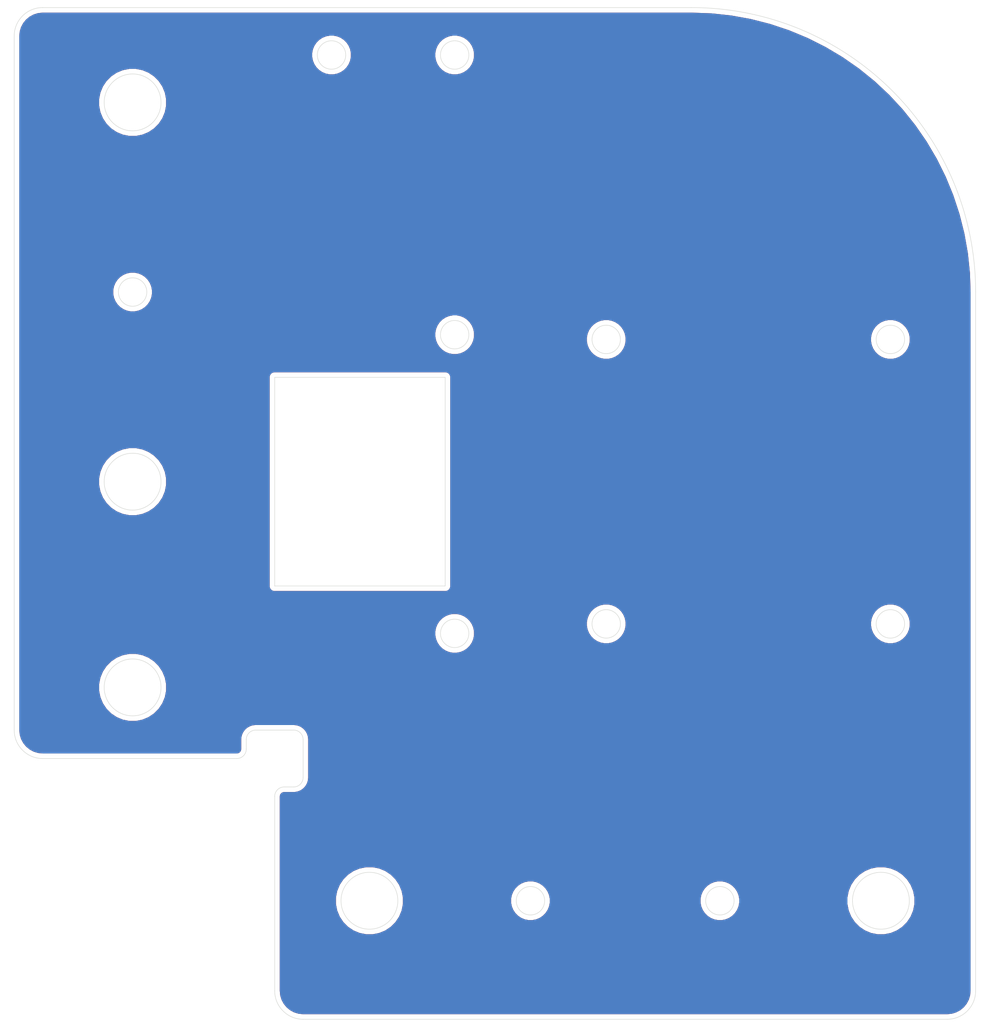
<source format=kicad_pcb>
(kicad_pcb (version 20171130) (host pcbnew 5.1.9+dfsg1-1+deb11u1)

  (general
    (thickness 1.6)
    (drawings 40)
    (tracks 0)
    (zones 0)
    (modules 0)
    (nets 1)
  )

  (page A4)
  (layers
    (0 F.Cu signal)
    (31 B.Cu signal)
    (32 B.Adhes user)
    (33 F.Adhes user)
    (34 B.Paste user)
    (35 F.Paste user)
    (36 B.SilkS user)
    (37 F.SilkS user)
    (38 B.Mask user)
    (39 F.Mask user)
    (40 Dwgs.User user)
    (41 Cmts.User user)
    (42 Eco1.User user)
    (43 Eco2.User user)
    (44 Edge.Cuts user)
    (45 Margin user)
    (46 B.CrtYd user)
    (47 F.CrtYd user)
    (48 B.Fab user)
    (49 F.Fab user)
  )

  (setup
    (last_trace_width 0.25)
    (trace_clearance 0.2)
    (zone_clearance 0.508)
    (zone_45_only no)
    (trace_min 0.2)
    (via_size 0.8)
    (via_drill 0.4)
    (via_min_size 0.4)
    (via_min_drill 0.3)
    (uvia_size 0.3)
    (uvia_drill 0.1)
    (uvias_allowed no)
    (uvia_min_size 0.2)
    (uvia_min_drill 0.1)
    (edge_width 0.05)
    (segment_width 0.2)
    (pcb_text_width 0.3)
    (pcb_text_size 1.5 1.5)
    (mod_edge_width 0.12)
    (mod_text_size 1 1)
    (mod_text_width 0.15)
    (pad_size 1.524 1.524)
    (pad_drill 0.762)
    (pad_to_mask_clearance 0)
    (aux_axis_origin 0 0)
    (visible_elements FFFFFF7F)
    (pcbplotparams
      (layerselection 0x010fc_ffffffff)
      (usegerberextensions true)
      (usegerberattributes false)
      (usegerberadvancedattributes false)
      (creategerberjobfile false)
      (excludeedgelayer true)
      (linewidth 0.100000)
      (plotframeref false)
      (viasonmask false)
      (mode 1)
      (useauxorigin false)
      (hpglpennumber 1)
      (hpglpenspeed 20)
      (hpglpendiameter 15.000000)
      (psnegative false)
      (psa4output false)
      (plotreference true)
      (plotvalue true)
      (plotinvisibletext false)
      (padsonsilk false)
      (subtractmaskfromsilk true)
      (outputformat 1)
      (mirror false)
      (drillshape 0)
      (scaleselection 1)
      (outputdirectory "z-motor-mount-gerber/"))
  )

  (net 0 "")

  (net_class Default "This is the default net class."
    (clearance 0.2)
    (trace_width 0.25)
    (via_dia 0.8)
    (via_drill 0.4)
    (uvia_dia 0.3)
    (uvia_drill 0.1)
  )

  (gr_line (start 110 117) (end 89.5 117) (layer Edge.Cuts) (width 0.05))
  (gr_arc (start 89.5 114) (end 86.5 114.000001) (angle -90) (layer Edge.Cuts) (width 0.05))
  (gr_line (start 86.5 114) (end 86.5 40.8) (layer Edge.Cuts) (width 0.05))
  (gr_arc (start 185 141.5) (end 185 144.5) (angle -90) (layer Edge.Cuts) (width 0.05))
  (gr_circle (center 149 102.8) (end 150.5 102.8) (layer Edge.Cuts) (width 0.05))
  (gr_circle (center 161 132) (end 162.5 132) (layer Edge.Cuts) (width 0.05))
  (gr_line (start 114 141.5) (end 114 121) (layer Edge.Cuts) (width 0.05))
  (gr_circle (center 179 102.8) (end 180.5 102.8) (layer Edge.Cuts) (width 0.05))
  (gr_circle (center 99 87.8) (end 102 87.8) (layer Edge.Cuts) (width 0.05))
  (gr_line (start 117 119) (end 117 115) (layer Edge.Cuts) (width 0.05))
  (gr_arc (start 158 67.8) (end 188 67.8) (angle -90) (layer Edge.Cuts) (width 0.05))
  (gr_line (start 115 120) (end 116 120) (layer Edge.Cuts) (width 0.05))
  (gr_arc (start 117 141.5) (end 114 141.5) (angle -90) (layer Edge.Cuts) (width 0.05))
  (gr_circle (center 124 132) (end 127 132) (layer Edge.Cuts) (width 0.05))
  (gr_line (start 132 98.8) (end 132 76.8) (layer Edge.Cuts) (width 0.05))
  (gr_arc (start 115 121) (end 115 120) (angle -90) (layer Edge.Cuts) (width 0.05))
  (gr_arc (start 116 119) (end 116 120) (angle -90) (layer Edge.Cuts) (width 0.05))
  (gr_arc (start 89.5 40.8) (end 89.5 37.8) (angle -90) (layer Edge.Cuts) (width 0.05))
  (gr_line (start 89.5 37.8) (end 158 37.8) (layer Edge.Cuts) (width 0.05))
  (gr_circle (center 133 72.3) (end 134.5 72.3) (layer Edge.Cuts) (width 0.05))
  (gr_circle (center 133 103.8) (end 134.5 103.8) (layer Edge.Cuts) (width 0.05))
  (gr_line (start 111 115) (end 111 116) (layer Edge.Cuts) (width 0.05))
  (gr_arc (start 110 116) (end 110 117) (angle -90) (layer Edge.Cuts) (width 0.05))
  (gr_circle (center 149 72.8) (end 150.5 72.8) (layer Edge.Cuts) (width 0.05))
  (gr_circle (center 120 42.8) (end 121.5 42.8) (layer Edge.Cuts) (width 0.05))
  (gr_line (start 132 76.8) (end 114 76.8) (layer Edge.Cuts) (width 0.05))
  (gr_line (start 114 76.8) (end 114 98.8) (layer Edge.Cuts) (width 0.05))
  (gr_circle (center 141 132) (end 142.5 132) (layer Edge.Cuts) (width 0.05))
  (gr_circle (center 179 72.8) (end 180.5 72.8) (layer Edge.Cuts) (width 0.05))
  (gr_circle (center 99 109.5) (end 102 109.5) (layer Edge.Cuts) (width 0.05))
  (gr_circle (center 133 42.8) (end 134.5 42.8) (layer Edge.Cuts) (width 0.05))
  (gr_line (start 116 114) (end 112 114) (layer Edge.Cuts) (width 0.05))
  (gr_circle (center 99 47.8) (end 102 47.8) (layer Edge.Cuts) (width 0.05))
  (gr_arc (start 116 115) (end 117 115) (angle -90) (layer Edge.Cuts) (width 0.05))
  (gr_line (start 185 144.5) (end 117 144.5) (layer Edge.Cuts) (width 0.05))
  (gr_line (start 188 67.8) (end 188 141.5) (layer Edge.Cuts) (width 0.05))
  (gr_arc (start 112 115) (end 112 114) (angle -90) (layer Edge.Cuts) (width 0.05))
  (gr_line (start 114 98.8) (end 132 98.8) (layer Edge.Cuts) (width 0.05))
  (gr_circle (center 99 67.8) (end 100.5 67.8) (layer Edge.Cuts) (width 0.05))
  (gr_circle (center 178 132) (end 181 132) (layer Edge.Cuts) (width 0.05))

  (zone (net 0) (net_name "") (layer F.Cu) (tstamp 64C3C36D) (hatch edge 0.508)
    (connect_pads (clearance 0.508))
    (min_thickness 0.254)
    (fill yes (arc_segments 32) (thermal_gap 0.508) (thermal_bridge_width 0.508))
    (polygon
      (pts
        (xy 189 145) (xy 85 145) (xy 85 37) (xy 189 37)
      )
    )
    (filled_polygon
      (pts
        (xy 160.097704 38.53551) (xy 162.184676 38.760384) (xy 164.250224 39.133897) (xy 166.28378 39.654134) (xy 168.274934 40.318433)
        (xy 170.2135 41.123396) (xy 172.089558 42.064904) (xy 173.893479 43.138124) (xy 175.616084 44.337596) (xy 177.248495 45.65714)
        (xy 178.782395 47.09003) (xy 180.209917 48.628918) (xy 181.523755 50.265927) (xy 182.717194 51.992686) (xy 183.784125 53.800368)
        (xy 184.719074 55.679692) (xy 185.517265 57.621053) (xy 186.17461 59.614514) (xy 186.687747 61.64988) (xy 187.054048 63.716728)
        (xy 187.271694 65.805025) (xy 187.34 67.811238) (xy 187.340001 141.467711) (xy 187.29233 141.953894) (xy 187.160512 142.390497)
        (xy 186.946399 142.793186) (xy 186.65815 143.146613) (xy 186.306739 143.437327) (xy 185.905564 143.65424) (xy 185.469886 143.789106)
        (xy 184.985664 143.84) (xy 117.032279 143.84) (xy 116.546106 143.79233) (xy 116.109503 143.660512) (xy 115.706814 143.446399)
        (xy 115.353387 143.15815) (xy 115.062673 142.806739) (xy 114.84576 142.405564) (xy 114.710894 141.969886) (xy 114.66 141.485664)
        (xy 114.66 131.639297) (xy 120.33772 131.639297) (xy 120.33772 132.360703) (xy 120.47846 133.068248) (xy 120.75453 133.73474)
        (xy 121.155322 134.334567) (xy 121.665433 134.844678) (xy 122.26526 135.24547) (xy 122.931752 135.52154) (xy 123.639297 135.66228)
        (xy 124.360703 135.66228) (xy 125.068248 135.52154) (xy 125.73474 135.24547) (xy 126.334567 134.844678) (xy 126.844678 134.334567)
        (xy 127.24547 133.73474) (xy 127.52154 133.068248) (xy 127.66228 132.360703) (xy 127.66228 131.786323) (xy 138.830497 131.786323)
        (xy 138.830497 132.213677) (xy 138.91387 132.632821) (xy 139.077412 133.027645) (xy 139.314837 133.382977) (xy 139.617023 133.685163)
        (xy 139.972355 133.922588) (xy 140.367179 134.08613) (xy 140.786323 134.169503) (xy 141.213677 134.169503) (xy 141.632821 134.08613)
        (xy 142.027645 133.922588) (xy 142.382977 133.685163) (xy 142.685163 133.382977) (xy 142.922588 133.027645) (xy 143.08613 132.632821)
        (xy 143.169503 132.213677) (xy 143.169503 131.786323) (xy 158.830497 131.786323) (xy 158.830497 132.213677) (xy 158.91387 132.632821)
        (xy 159.077412 133.027645) (xy 159.314837 133.382977) (xy 159.617023 133.685163) (xy 159.972355 133.922588) (xy 160.367179 134.08613)
        (xy 160.786323 134.169503) (xy 161.213677 134.169503) (xy 161.632821 134.08613) (xy 162.027645 133.922588) (xy 162.382977 133.685163)
        (xy 162.685163 133.382977) (xy 162.922588 133.027645) (xy 163.08613 132.632821) (xy 163.169503 132.213677) (xy 163.169503 131.786323)
        (xy 163.140258 131.639297) (xy 174.33772 131.639297) (xy 174.33772 132.360703) (xy 174.47846 133.068248) (xy 174.75453 133.73474)
        (xy 175.155322 134.334567) (xy 175.665433 134.844678) (xy 176.26526 135.24547) (xy 176.931752 135.52154) (xy 177.639297 135.66228)
        (xy 178.360703 135.66228) (xy 179.068248 135.52154) (xy 179.73474 135.24547) (xy 180.334567 134.844678) (xy 180.844678 134.334567)
        (xy 181.24547 133.73474) (xy 181.52154 133.068248) (xy 181.66228 132.360703) (xy 181.66228 131.639297) (xy 181.52154 130.931752)
        (xy 181.24547 130.26526) (xy 180.844678 129.665433) (xy 180.334567 129.155322) (xy 179.73474 128.75453) (xy 179.068248 128.47846)
        (xy 178.360703 128.33772) (xy 177.639297 128.33772) (xy 176.931752 128.47846) (xy 176.26526 128.75453) (xy 175.665433 129.155322)
        (xy 175.155322 129.665433) (xy 174.75453 130.26526) (xy 174.47846 130.931752) (xy 174.33772 131.639297) (xy 163.140258 131.639297)
        (xy 163.08613 131.367179) (xy 162.922588 130.972355) (xy 162.685163 130.617023) (xy 162.382977 130.314837) (xy 162.027645 130.077412)
        (xy 161.632821 129.91387) (xy 161.213677 129.830497) (xy 160.786323 129.830497) (xy 160.367179 129.91387) (xy 159.972355 130.077412)
        (xy 159.617023 130.314837) (xy 159.314837 130.617023) (xy 159.077412 130.972355) (xy 158.91387 131.367179) (xy 158.830497 131.786323)
        (xy 143.169503 131.786323) (xy 143.08613 131.367179) (xy 142.922588 130.972355) (xy 142.685163 130.617023) (xy 142.382977 130.314837)
        (xy 142.027645 130.077412) (xy 141.632821 129.91387) (xy 141.213677 129.830497) (xy 140.786323 129.830497) (xy 140.367179 129.91387)
        (xy 139.972355 130.077412) (xy 139.617023 130.314837) (xy 139.314837 130.617023) (xy 139.077412 130.972355) (xy 138.91387 131.367179)
        (xy 138.830497 131.786323) (xy 127.66228 131.786323) (xy 127.66228 131.639297) (xy 127.52154 130.931752) (xy 127.24547 130.26526)
        (xy 126.844678 129.665433) (xy 126.334567 129.155322) (xy 125.73474 128.75453) (xy 125.068248 128.47846) (xy 124.360703 128.33772)
        (xy 123.639297 128.33772) (xy 122.931752 128.47846) (xy 122.26526 128.75453) (xy 121.665433 129.155322) (xy 121.155322 129.665433)
        (xy 120.75453 130.26526) (xy 120.47846 130.931752) (xy 120.33772 131.639297) (xy 114.66 131.639297) (xy 114.66 121.032279)
        (xy 114.66958 120.934576) (xy 114.68858 120.871644) (xy 114.719445 120.813595) (xy 114.760989 120.762657) (xy 114.811644 120.720752)
        (xy 114.869471 120.689485) (xy 114.932272 120.670044) (xy 115.027835 120.66) (xy 116.032419 120.66) (xy 116.060674 120.657217)
        (xy 116.066801 120.65726) (xy 116.075972 120.65636) (xy 116.270069 120.635959) (xy 116.328658 120.623932) (xy 116.387423 120.612723)
        (xy 116.396245 120.610059) (xy 116.582683 120.552347) (xy 116.637838 120.529162) (xy 116.693291 120.506758) (xy 116.701427 120.502432)
        (xy 116.873104 120.409607) (xy 116.922699 120.376154) (xy 116.972753 120.3434) (xy 116.979894 120.337576) (xy 117.130272 120.213172)
        (xy 117.172411 120.170737) (xy 117.215161 120.128874) (xy 117.221034 120.121773) (xy 117.344384 119.970531) (xy 117.377477 119.920723)
        (xy 117.411284 119.871349) (xy 117.415667 119.863243) (xy 117.507292 119.69092) (xy 117.53009 119.635608) (xy 117.553652 119.580634)
        (xy 117.556377 119.571831) (xy 117.612786 119.384994) (xy 117.624405 119.326314) (xy 117.636842 119.267804) (xy 117.637805 119.258639)
        (xy 117.65685 119.064406) (xy 117.65685 119.064402) (xy 117.66 119.032419) (xy 117.66 114.967581) (xy 117.657217 114.939326)
        (xy 117.65726 114.933199) (xy 117.65636 114.924028) (xy 117.635959 114.729931) (xy 117.623934 114.671348) (xy 117.612723 114.612577)
        (xy 117.610059 114.603755) (xy 117.552347 114.417317) (xy 117.529162 114.362162) (xy 117.506758 114.306709) (xy 117.502432 114.298573)
        (xy 117.409607 114.126896) (xy 117.376139 114.077278) (xy 117.3434 114.027247) (xy 117.337576 114.020106) (xy 117.213172 113.869728)
        (xy 117.170737 113.827589) (xy 117.128874 113.784839) (xy 117.121773 113.778966) (xy 116.970531 113.655616) (xy 116.920738 113.622534)
        (xy 116.871349 113.588716) (xy 116.863243 113.584333) (xy 116.690921 113.492708) (xy 116.635606 113.469909) (xy 116.580634 113.446348)
        (xy 116.571831 113.443623) (xy 116.384995 113.387214) (xy 116.326307 113.375594) (xy 116.267804 113.363158) (xy 116.258639 113.362195)
        (xy 116.064405 113.34315) (xy 116.064402 113.34315) (xy 116.032419 113.34) (xy 111.967581 113.34) (xy 111.939326 113.342783)
        (xy 111.933199 113.34274) (xy 111.924028 113.34364) (xy 111.729931 113.364041) (xy 111.671348 113.376066) (xy 111.612577 113.387277)
        (xy 111.603755 113.389941) (xy 111.417317 113.447653) (xy 111.362162 113.470838) (xy 111.306709 113.493242) (xy 111.298573 113.497568)
        (xy 111.126896 113.590393) (xy 111.077278 113.623861) (xy 111.027247 113.6566) (xy 111.020106 113.662424) (xy 110.869728 113.786828)
        (xy 110.827589 113.829263) (xy 110.784839 113.871126) (xy 110.778966 113.878227) (xy 110.655616 114.029469) (xy 110.622534 114.079262)
        (xy 110.588716 114.128651) (xy 110.584333 114.136757) (xy 110.492708 114.309079) (xy 110.469909 114.364394) (xy 110.446348 114.419366)
        (xy 110.443623 114.428169) (xy 110.387214 114.615005) (xy 110.375594 114.673693) (xy 110.363158 114.732196) (xy 110.362195 114.741361)
        (xy 110.34315 114.935595) (xy 110.34 114.967582) (xy 110.340001 115.967711) (xy 110.33042 116.065424) (xy 110.31142 116.128357)
        (xy 110.280554 116.186406) (xy 110.239011 116.237343) (xy 110.188356 116.279248) (xy 110.130529 116.310515) (xy 110.067728 116.329956)
        (xy 109.972165 116.34) (xy 89.532279 116.34) (xy 89.04611 116.292331) (xy 88.609503 116.160511) (xy 88.206815 115.946399)
        (xy 87.853387 115.65815) (xy 87.562676 115.306741) (xy 87.345759 114.905563) (xy 87.210894 114.469887) (xy 87.16 113.985665)
        (xy 87.16 109.139297) (xy 95.33772 109.139297) (xy 95.33772 109.860703) (xy 95.47846 110.568248) (xy 95.75453 111.23474)
        (xy 96.155322 111.834567) (xy 96.665433 112.344678) (xy 97.26526 112.74547) (xy 97.931752 113.02154) (xy 98.639297 113.16228)
        (xy 99.360703 113.16228) (xy 100.068248 113.02154) (xy 100.73474 112.74547) (xy 101.334567 112.344678) (xy 101.844678 111.834567)
        (xy 102.24547 111.23474) (xy 102.52154 110.568248) (xy 102.66228 109.860703) (xy 102.66228 109.139297) (xy 102.52154 108.431752)
        (xy 102.24547 107.76526) (xy 101.844678 107.165433) (xy 101.334567 106.655322) (xy 100.73474 106.25453) (xy 100.068248 105.97846)
        (xy 99.360703 105.83772) (xy 98.639297 105.83772) (xy 97.931752 105.97846) (xy 97.26526 106.25453) (xy 96.665433 106.655322)
        (xy 96.155322 107.165433) (xy 95.75453 107.76526) (xy 95.47846 108.431752) (xy 95.33772 109.139297) (xy 87.16 109.139297)
        (xy 87.16 103.586323) (xy 130.830497 103.586323) (xy 130.830497 104.013677) (xy 130.91387 104.432821) (xy 131.077412 104.827645)
        (xy 131.314837 105.182977) (xy 131.617023 105.485163) (xy 131.972355 105.722588) (xy 132.367179 105.88613) (xy 132.786323 105.969503)
        (xy 133.213677 105.969503) (xy 133.632821 105.88613) (xy 134.027645 105.722588) (xy 134.382977 105.485163) (xy 134.685163 105.182977)
        (xy 134.922588 104.827645) (xy 135.08613 104.432821) (xy 135.169503 104.013677) (xy 135.169503 103.586323) (xy 135.08613 103.167179)
        (xy 134.922588 102.772355) (xy 134.798286 102.586323) (xy 146.830497 102.586323) (xy 146.830497 103.013677) (xy 146.91387 103.432821)
        (xy 147.077412 103.827645) (xy 147.314837 104.182977) (xy 147.617023 104.485163) (xy 147.972355 104.722588) (xy 148.367179 104.88613)
        (xy 148.786323 104.969503) (xy 149.213677 104.969503) (xy 149.632821 104.88613) (xy 150.027645 104.722588) (xy 150.382977 104.485163)
        (xy 150.685163 104.182977) (xy 150.922588 103.827645) (xy 151.08613 103.432821) (xy 151.169503 103.013677) (xy 151.169503 102.586323)
        (xy 176.830497 102.586323) (xy 176.830497 103.013677) (xy 176.91387 103.432821) (xy 177.077412 103.827645) (xy 177.314837 104.182977)
        (xy 177.617023 104.485163) (xy 177.972355 104.722588) (xy 178.367179 104.88613) (xy 178.786323 104.969503) (xy 179.213677 104.969503)
        (xy 179.632821 104.88613) (xy 180.027645 104.722588) (xy 180.382977 104.485163) (xy 180.685163 104.182977) (xy 180.922588 103.827645)
        (xy 181.08613 103.432821) (xy 181.169503 103.013677) (xy 181.169503 102.586323) (xy 181.08613 102.167179) (xy 180.922588 101.772355)
        (xy 180.685163 101.417023) (xy 180.382977 101.114837) (xy 180.027645 100.877412) (xy 179.632821 100.71387) (xy 179.213677 100.630497)
        (xy 178.786323 100.630497) (xy 178.367179 100.71387) (xy 177.972355 100.877412) (xy 177.617023 101.114837) (xy 177.314837 101.417023)
        (xy 177.077412 101.772355) (xy 176.91387 102.167179) (xy 176.830497 102.586323) (xy 151.169503 102.586323) (xy 151.08613 102.167179)
        (xy 150.922588 101.772355) (xy 150.685163 101.417023) (xy 150.382977 101.114837) (xy 150.027645 100.877412) (xy 149.632821 100.71387)
        (xy 149.213677 100.630497) (xy 148.786323 100.630497) (xy 148.367179 100.71387) (xy 147.972355 100.877412) (xy 147.617023 101.114837)
        (xy 147.314837 101.417023) (xy 147.077412 101.772355) (xy 146.91387 102.167179) (xy 146.830497 102.586323) (xy 134.798286 102.586323)
        (xy 134.685163 102.417023) (xy 134.382977 102.114837) (xy 134.027645 101.877412) (xy 133.632821 101.71387) (xy 133.213677 101.630497)
        (xy 132.786323 101.630497) (xy 132.367179 101.71387) (xy 131.972355 101.877412) (xy 131.617023 102.114837) (xy 131.314837 102.417023)
        (xy 131.077412 102.772355) (xy 130.91387 103.167179) (xy 130.830497 103.586323) (xy 87.16 103.586323) (xy 87.16 87.439297)
        (xy 95.33772 87.439297) (xy 95.33772 88.160703) (xy 95.47846 88.868248) (xy 95.75453 89.53474) (xy 96.155322 90.134567)
        (xy 96.665433 90.644678) (xy 97.26526 91.04547) (xy 97.931752 91.32154) (xy 98.639297 91.46228) (xy 99.360703 91.46228)
        (xy 100.068248 91.32154) (xy 100.73474 91.04547) (xy 101.334567 90.644678) (xy 101.844678 90.134567) (xy 102.24547 89.53474)
        (xy 102.52154 88.868248) (xy 102.66228 88.160703) (xy 102.66228 87.439297) (xy 102.52154 86.731752) (xy 102.24547 86.06526)
        (xy 101.844678 85.465433) (xy 101.334567 84.955322) (xy 100.73474 84.55453) (xy 100.068248 84.27846) (xy 99.360703 84.13772)
        (xy 98.639297 84.13772) (xy 97.931752 84.27846) (xy 97.26526 84.55453) (xy 96.665433 84.955322) (xy 96.155322 85.465433)
        (xy 95.75453 86.06526) (xy 95.47846 86.731752) (xy 95.33772 87.439297) (xy 87.16 87.439297) (xy 87.16 76.8)
        (xy 113.336807 76.8) (xy 113.34 76.832419) (xy 113.340001 98.767571) (xy 113.336807 98.8) (xy 113.34955 98.929383)
        (xy 113.38729 99.053793) (xy 113.448575 99.16845) (xy 113.531052 99.268948) (xy 113.63155 99.351425) (xy 113.746207 99.41271)
        (xy 113.870617 99.45045) (xy 113.967581 99.46) (xy 114 99.463193) (xy 114.032419 99.46) (xy 131.967581 99.46)
        (xy 132 99.463193) (xy 132.032419 99.46) (xy 132.129383 99.45045) (xy 132.253793 99.41271) (xy 132.36845 99.351425)
        (xy 132.468948 99.268948) (xy 132.551425 99.16845) (xy 132.61271 99.053793) (xy 132.65045 98.929383) (xy 132.663193 98.8)
        (xy 132.66 98.767581) (xy 132.66 76.832419) (xy 132.663193 76.8) (xy 132.65045 76.670617) (xy 132.61271 76.546207)
        (xy 132.551425 76.43155) (xy 132.468948 76.331052) (xy 132.36845 76.248575) (xy 132.253793 76.18729) (xy 132.129383 76.14955)
        (xy 132.032419 76.14) (xy 132 76.136807) (xy 131.967581 76.14) (xy 114.032419 76.14) (xy 114 76.136807)
        (xy 113.967581 76.14) (xy 113.870617 76.14955) (xy 113.746207 76.18729) (xy 113.63155 76.248575) (xy 113.531052 76.331052)
        (xy 113.448575 76.43155) (xy 113.38729 76.546207) (xy 113.34955 76.670617) (xy 113.336807 76.8) (xy 87.16 76.8)
        (xy 87.16 72.086323) (xy 130.830497 72.086323) (xy 130.830497 72.513677) (xy 130.91387 72.932821) (xy 131.077412 73.327645)
        (xy 131.314837 73.682977) (xy 131.617023 73.985163) (xy 131.972355 74.222588) (xy 132.367179 74.38613) (xy 132.786323 74.469503)
        (xy 133.213677 74.469503) (xy 133.632821 74.38613) (xy 134.027645 74.222588) (xy 134.382977 73.985163) (xy 134.685163 73.682977)
        (xy 134.922588 73.327645) (xy 135.08613 72.932821) (xy 135.155052 72.586323) (xy 146.830497 72.586323) (xy 146.830497 73.013677)
        (xy 146.91387 73.432821) (xy 147.077412 73.827645) (xy 147.314837 74.182977) (xy 147.617023 74.485163) (xy 147.972355 74.722588)
        (xy 148.367179 74.88613) (xy 148.786323 74.969503) (xy 149.213677 74.969503) (xy 149.632821 74.88613) (xy 150.027645 74.722588)
        (xy 150.382977 74.485163) (xy 150.685163 74.182977) (xy 150.922588 73.827645) (xy 151.08613 73.432821) (xy 151.169503 73.013677)
        (xy 151.169503 72.586323) (xy 176.830497 72.586323) (xy 176.830497 73.013677) (xy 176.91387 73.432821) (xy 177.077412 73.827645)
        (xy 177.314837 74.182977) (xy 177.617023 74.485163) (xy 177.972355 74.722588) (xy 178.367179 74.88613) (xy 178.786323 74.969503)
        (xy 179.213677 74.969503) (xy 179.632821 74.88613) (xy 180.027645 74.722588) (xy 180.382977 74.485163) (xy 180.685163 74.182977)
        (xy 180.922588 73.827645) (xy 181.08613 73.432821) (xy 181.169503 73.013677) (xy 181.169503 72.586323) (xy 181.08613 72.167179)
        (xy 180.922588 71.772355) (xy 180.685163 71.417023) (xy 180.382977 71.114837) (xy 180.027645 70.877412) (xy 179.632821 70.71387)
        (xy 179.213677 70.630497) (xy 178.786323 70.630497) (xy 178.367179 70.71387) (xy 177.972355 70.877412) (xy 177.617023 71.114837)
        (xy 177.314837 71.417023) (xy 177.077412 71.772355) (xy 176.91387 72.167179) (xy 176.830497 72.586323) (xy 151.169503 72.586323)
        (xy 151.08613 72.167179) (xy 150.922588 71.772355) (xy 150.685163 71.417023) (xy 150.382977 71.114837) (xy 150.027645 70.877412)
        (xy 149.632821 70.71387) (xy 149.213677 70.630497) (xy 148.786323 70.630497) (xy 148.367179 70.71387) (xy 147.972355 70.877412)
        (xy 147.617023 71.114837) (xy 147.314837 71.417023) (xy 147.077412 71.772355) (xy 146.91387 72.167179) (xy 146.830497 72.586323)
        (xy 135.155052 72.586323) (xy 135.169503 72.513677) (xy 135.169503 72.086323) (xy 135.08613 71.667179) (xy 134.922588 71.272355)
        (xy 134.685163 70.917023) (xy 134.382977 70.614837) (xy 134.027645 70.377412) (xy 133.632821 70.21387) (xy 133.213677 70.130497)
        (xy 132.786323 70.130497) (xy 132.367179 70.21387) (xy 131.972355 70.377412) (xy 131.617023 70.614837) (xy 131.314837 70.917023)
        (xy 131.077412 71.272355) (xy 130.91387 71.667179) (xy 130.830497 72.086323) (xy 87.16 72.086323) (xy 87.16 67.586323)
        (xy 96.830497 67.586323) (xy 96.830497 68.013677) (xy 96.91387 68.432821) (xy 97.077412 68.827645) (xy 97.314837 69.182977)
        (xy 97.617023 69.485163) (xy 97.972355 69.722588) (xy 98.367179 69.88613) (xy 98.786323 69.969503) (xy 99.213677 69.969503)
        (xy 99.632821 69.88613) (xy 100.027645 69.722588) (xy 100.382977 69.485163) (xy 100.685163 69.182977) (xy 100.922588 68.827645)
        (xy 101.08613 68.432821) (xy 101.169503 68.013677) (xy 101.169503 67.586323) (xy 101.08613 67.167179) (xy 100.922588 66.772355)
        (xy 100.685163 66.417023) (xy 100.382977 66.114837) (xy 100.027645 65.877412) (xy 99.632821 65.71387) (xy 99.213677 65.630497)
        (xy 98.786323 65.630497) (xy 98.367179 65.71387) (xy 97.972355 65.877412) (xy 97.617023 66.114837) (xy 97.314837 66.417023)
        (xy 97.077412 66.772355) (xy 96.91387 67.167179) (xy 96.830497 67.586323) (xy 87.16 67.586323) (xy 87.16 47.439297)
        (xy 95.33772 47.439297) (xy 95.33772 48.160703) (xy 95.47846 48.868248) (xy 95.75453 49.53474) (xy 96.155322 50.134567)
        (xy 96.665433 50.644678) (xy 97.26526 51.04547) (xy 97.931752 51.32154) (xy 98.639297 51.46228) (xy 99.360703 51.46228)
        (xy 100.068248 51.32154) (xy 100.73474 51.04547) (xy 101.334567 50.644678) (xy 101.844678 50.134567) (xy 102.24547 49.53474)
        (xy 102.52154 48.868248) (xy 102.66228 48.160703) (xy 102.66228 47.439297) (xy 102.52154 46.731752) (xy 102.24547 46.06526)
        (xy 101.844678 45.465433) (xy 101.334567 44.955322) (xy 100.73474 44.55453) (xy 100.068248 44.27846) (xy 99.360703 44.13772)
        (xy 98.639297 44.13772) (xy 97.931752 44.27846) (xy 97.26526 44.55453) (xy 96.665433 44.955322) (xy 96.155322 45.465433)
        (xy 95.75453 46.06526) (xy 95.47846 46.731752) (xy 95.33772 47.439297) (xy 87.16 47.439297) (xy 87.16 42.586323)
        (xy 117.830497 42.586323) (xy 117.830497 43.013677) (xy 117.91387 43.432821) (xy 118.077412 43.827645) (xy 118.314837 44.182977)
        (xy 118.617023 44.485163) (xy 118.972355 44.722588) (xy 119.367179 44.88613) (xy 119.786323 44.969503) (xy 120.213677 44.969503)
        (xy 120.632821 44.88613) (xy 121.027645 44.722588) (xy 121.382977 44.485163) (xy 121.685163 44.182977) (xy 121.922588 43.827645)
        (xy 122.08613 43.432821) (xy 122.169503 43.013677) (xy 122.169503 42.586323) (xy 130.830497 42.586323) (xy 130.830497 43.013677)
        (xy 130.91387 43.432821) (xy 131.077412 43.827645) (xy 131.314837 44.182977) (xy 131.617023 44.485163) (xy 131.972355 44.722588)
        (xy 132.367179 44.88613) (xy 132.786323 44.969503) (xy 133.213677 44.969503) (xy 133.632821 44.88613) (xy 134.027645 44.722588)
        (xy 134.382977 44.485163) (xy 134.685163 44.182977) (xy 134.922588 43.827645) (xy 135.08613 43.432821) (xy 135.169503 43.013677)
        (xy 135.169503 42.586323) (xy 135.08613 42.167179) (xy 134.922588 41.772355) (xy 134.685163 41.417023) (xy 134.382977 41.114837)
        (xy 134.027645 40.877412) (xy 133.632821 40.71387) (xy 133.213677 40.630497) (xy 132.786323 40.630497) (xy 132.367179 40.71387)
        (xy 131.972355 40.877412) (xy 131.617023 41.114837) (xy 131.314837 41.417023) (xy 131.077412 41.772355) (xy 130.91387 42.167179)
        (xy 130.830497 42.586323) (xy 122.169503 42.586323) (xy 122.08613 42.167179) (xy 121.922588 41.772355) (xy 121.685163 41.417023)
        (xy 121.382977 41.114837) (xy 121.027645 40.877412) (xy 120.632821 40.71387) (xy 120.213677 40.630497) (xy 119.786323 40.630497)
        (xy 119.367179 40.71387) (xy 118.972355 40.877412) (xy 118.617023 41.114837) (xy 118.314837 41.417023) (xy 118.077412 41.772355)
        (xy 117.91387 42.167179) (xy 117.830497 42.586323) (xy 87.16 42.586323) (xy 87.16 40.832279) (xy 87.20767 40.346107)
        (xy 87.339489 39.909502) (xy 87.5536 39.506815) (xy 87.841848 39.153388) (xy 88.193261 38.862673) (xy 88.594439 38.645758)
        (xy 89.030113 38.510894) (xy 89.514344 38.46) (xy 157.98818 38.46)
      )
    )
  )
  (zone (net 0) (net_name "") (layer B.Cu) (tstamp 64C3C36A) (hatch edge 0.508)
    (connect_pads (clearance 0.508))
    (min_thickness 0.254)
    (fill yes (arc_segments 32) (thermal_gap 0.508) (thermal_bridge_width 0.508))
    (polygon
      (pts
        (xy 189 145) (xy 85 145) (xy 85 37) (xy 189 37)
      )
    )
    (filled_polygon
      (pts
        (xy 160.097704 38.53551) (xy 162.184676 38.760384) (xy 164.250224 39.133897) (xy 166.28378 39.654134) (xy 168.274934 40.318433)
        (xy 170.2135 41.123396) (xy 172.089558 42.064904) (xy 173.893479 43.138124) (xy 175.616084 44.337596) (xy 177.248495 45.65714)
        (xy 178.782395 47.09003) (xy 180.209917 48.628918) (xy 181.523755 50.265927) (xy 182.717194 51.992686) (xy 183.784125 53.800368)
        (xy 184.719074 55.679692) (xy 185.517265 57.621053) (xy 186.17461 59.614514) (xy 186.687747 61.64988) (xy 187.054048 63.716728)
        (xy 187.271694 65.805025) (xy 187.34 67.811238) (xy 187.340001 141.467711) (xy 187.29233 141.953894) (xy 187.160512 142.390497)
        (xy 186.946399 142.793186) (xy 186.65815 143.146613) (xy 186.306739 143.437327) (xy 185.905564 143.65424) (xy 185.469886 143.789106)
        (xy 184.985664 143.84) (xy 117.032279 143.84) (xy 116.546106 143.79233) (xy 116.109503 143.660512) (xy 115.706814 143.446399)
        (xy 115.353387 143.15815) (xy 115.062673 142.806739) (xy 114.84576 142.405564) (xy 114.710894 141.969886) (xy 114.66 141.485664)
        (xy 114.66 131.639297) (xy 120.33772 131.639297) (xy 120.33772 132.360703) (xy 120.47846 133.068248) (xy 120.75453 133.73474)
        (xy 121.155322 134.334567) (xy 121.665433 134.844678) (xy 122.26526 135.24547) (xy 122.931752 135.52154) (xy 123.639297 135.66228)
        (xy 124.360703 135.66228) (xy 125.068248 135.52154) (xy 125.73474 135.24547) (xy 126.334567 134.844678) (xy 126.844678 134.334567)
        (xy 127.24547 133.73474) (xy 127.52154 133.068248) (xy 127.66228 132.360703) (xy 127.66228 131.786323) (xy 138.830497 131.786323)
        (xy 138.830497 132.213677) (xy 138.91387 132.632821) (xy 139.077412 133.027645) (xy 139.314837 133.382977) (xy 139.617023 133.685163)
        (xy 139.972355 133.922588) (xy 140.367179 134.08613) (xy 140.786323 134.169503) (xy 141.213677 134.169503) (xy 141.632821 134.08613)
        (xy 142.027645 133.922588) (xy 142.382977 133.685163) (xy 142.685163 133.382977) (xy 142.922588 133.027645) (xy 143.08613 132.632821)
        (xy 143.169503 132.213677) (xy 143.169503 131.786323) (xy 158.830497 131.786323) (xy 158.830497 132.213677) (xy 158.91387 132.632821)
        (xy 159.077412 133.027645) (xy 159.314837 133.382977) (xy 159.617023 133.685163) (xy 159.972355 133.922588) (xy 160.367179 134.08613)
        (xy 160.786323 134.169503) (xy 161.213677 134.169503) (xy 161.632821 134.08613) (xy 162.027645 133.922588) (xy 162.382977 133.685163)
        (xy 162.685163 133.382977) (xy 162.922588 133.027645) (xy 163.08613 132.632821) (xy 163.169503 132.213677) (xy 163.169503 131.786323)
        (xy 163.140258 131.639297) (xy 174.33772 131.639297) (xy 174.33772 132.360703) (xy 174.47846 133.068248) (xy 174.75453 133.73474)
        (xy 175.155322 134.334567) (xy 175.665433 134.844678) (xy 176.26526 135.24547) (xy 176.931752 135.52154) (xy 177.639297 135.66228)
        (xy 178.360703 135.66228) (xy 179.068248 135.52154) (xy 179.73474 135.24547) (xy 180.334567 134.844678) (xy 180.844678 134.334567)
        (xy 181.24547 133.73474) (xy 181.52154 133.068248) (xy 181.66228 132.360703) (xy 181.66228 131.639297) (xy 181.52154 130.931752)
        (xy 181.24547 130.26526) (xy 180.844678 129.665433) (xy 180.334567 129.155322) (xy 179.73474 128.75453) (xy 179.068248 128.47846)
        (xy 178.360703 128.33772) (xy 177.639297 128.33772) (xy 176.931752 128.47846) (xy 176.26526 128.75453) (xy 175.665433 129.155322)
        (xy 175.155322 129.665433) (xy 174.75453 130.26526) (xy 174.47846 130.931752) (xy 174.33772 131.639297) (xy 163.140258 131.639297)
        (xy 163.08613 131.367179) (xy 162.922588 130.972355) (xy 162.685163 130.617023) (xy 162.382977 130.314837) (xy 162.027645 130.077412)
        (xy 161.632821 129.91387) (xy 161.213677 129.830497) (xy 160.786323 129.830497) (xy 160.367179 129.91387) (xy 159.972355 130.077412)
        (xy 159.617023 130.314837) (xy 159.314837 130.617023) (xy 159.077412 130.972355) (xy 158.91387 131.367179) (xy 158.830497 131.786323)
        (xy 143.169503 131.786323) (xy 143.08613 131.367179) (xy 142.922588 130.972355) (xy 142.685163 130.617023) (xy 142.382977 130.314837)
        (xy 142.027645 130.077412) (xy 141.632821 129.91387) (xy 141.213677 129.830497) (xy 140.786323 129.830497) (xy 140.367179 129.91387)
        (xy 139.972355 130.077412) (xy 139.617023 130.314837) (xy 139.314837 130.617023) (xy 139.077412 130.972355) (xy 138.91387 131.367179)
        (xy 138.830497 131.786323) (xy 127.66228 131.786323) (xy 127.66228 131.639297) (xy 127.52154 130.931752) (xy 127.24547 130.26526)
        (xy 126.844678 129.665433) (xy 126.334567 129.155322) (xy 125.73474 128.75453) (xy 125.068248 128.47846) (xy 124.360703 128.33772)
        (xy 123.639297 128.33772) (xy 122.931752 128.47846) (xy 122.26526 128.75453) (xy 121.665433 129.155322) (xy 121.155322 129.665433)
        (xy 120.75453 130.26526) (xy 120.47846 130.931752) (xy 120.33772 131.639297) (xy 114.66 131.639297) (xy 114.66 121.032279)
        (xy 114.66958 120.934576) (xy 114.68858 120.871644) (xy 114.719445 120.813595) (xy 114.760989 120.762657) (xy 114.811644 120.720752)
        (xy 114.869471 120.689485) (xy 114.932272 120.670044) (xy 115.027835 120.66) (xy 116.032419 120.66) (xy 116.060674 120.657217)
        (xy 116.066801 120.65726) (xy 116.075972 120.65636) (xy 116.270069 120.635959) (xy 116.328658 120.623932) (xy 116.387423 120.612723)
        (xy 116.396245 120.610059) (xy 116.582683 120.552347) (xy 116.637838 120.529162) (xy 116.693291 120.506758) (xy 116.701427 120.502432)
        (xy 116.873104 120.409607) (xy 116.922699 120.376154) (xy 116.972753 120.3434) (xy 116.979894 120.337576) (xy 117.130272 120.213172)
        (xy 117.172411 120.170737) (xy 117.215161 120.128874) (xy 117.221034 120.121773) (xy 117.344384 119.970531) (xy 117.377477 119.920723)
        (xy 117.411284 119.871349) (xy 117.415667 119.863243) (xy 117.507292 119.69092) (xy 117.53009 119.635608) (xy 117.553652 119.580634)
        (xy 117.556377 119.571831) (xy 117.612786 119.384994) (xy 117.624405 119.326314) (xy 117.636842 119.267804) (xy 117.637805 119.258639)
        (xy 117.65685 119.064406) (xy 117.65685 119.064402) (xy 117.66 119.032419) (xy 117.66 114.967581) (xy 117.657217 114.939326)
        (xy 117.65726 114.933199) (xy 117.65636 114.924028) (xy 117.635959 114.729931) (xy 117.623934 114.671348) (xy 117.612723 114.612577)
        (xy 117.610059 114.603755) (xy 117.552347 114.417317) (xy 117.529162 114.362162) (xy 117.506758 114.306709) (xy 117.502432 114.298573)
        (xy 117.409607 114.126896) (xy 117.376139 114.077278) (xy 117.3434 114.027247) (xy 117.337576 114.020106) (xy 117.213172 113.869728)
        (xy 117.170737 113.827589) (xy 117.128874 113.784839) (xy 117.121773 113.778966) (xy 116.970531 113.655616) (xy 116.920738 113.622534)
        (xy 116.871349 113.588716) (xy 116.863243 113.584333) (xy 116.690921 113.492708) (xy 116.635606 113.469909) (xy 116.580634 113.446348)
        (xy 116.571831 113.443623) (xy 116.384995 113.387214) (xy 116.326307 113.375594) (xy 116.267804 113.363158) (xy 116.258639 113.362195)
        (xy 116.064405 113.34315) (xy 116.064402 113.34315) (xy 116.032419 113.34) (xy 111.967581 113.34) (xy 111.939326 113.342783)
        (xy 111.933199 113.34274) (xy 111.924028 113.34364) (xy 111.729931 113.364041) (xy 111.671348 113.376066) (xy 111.612577 113.387277)
        (xy 111.603755 113.389941) (xy 111.417317 113.447653) (xy 111.362162 113.470838) (xy 111.306709 113.493242) (xy 111.298573 113.497568)
        (xy 111.126896 113.590393) (xy 111.077278 113.623861) (xy 111.027247 113.6566) (xy 111.020106 113.662424) (xy 110.869728 113.786828)
        (xy 110.827589 113.829263) (xy 110.784839 113.871126) (xy 110.778966 113.878227) (xy 110.655616 114.029469) (xy 110.622534 114.079262)
        (xy 110.588716 114.128651) (xy 110.584333 114.136757) (xy 110.492708 114.309079) (xy 110.469909 114.364394) (xy 110.446348 114.419366)
        (xy 110.443623 114.428169) (xy 110.387214 114.615005) (xy 110.375594 114.673693) (xy 110.363158 114.732196) (xy 110.362195 114.741361)
        (xy 110.34315 114.935595) (xy 110.34 114.967582) (xy 110.340001 115.967711) (xy 110.33042 116.065424) (xy 110.31142 116.128357)
        (xy 110.280554 116.186406) (xy 110.239011 116.237343) (xy 110.188356 116.279248) (xy 110.130529 116.310515) (xy 110.067728 116.329956)
        (xy 109.972165 116.34) (xy 89.532279 116.34) (xy 89.04611 116.292331) (xy 88.609503 116.160511) (xy 88.206815 115.946399)
        (xy 87.853387 115.65815) (xy 87.562676 115.306741) (xy 87.345759 114.905563) (xy 87.210894 114.469887) (xy 87.16 113.985665)
        (xy 87.16 109.139297) (xy 95.33772 109.139297) (xy 95.33772 109.860703) (xy 95.47846 110.568248) (xy 95.75453 111.23474)
        (xy 96.155322 111.834567) (xy 96.665433 112.344678) (xy 97.26526 112.74547) (xy 97.931752 113.02154) (xy 98.639297 113.16228)
        (xy 99.360703 113.16228) (xy 100.068248 113.02154) (xy 100.73474 112.74547) (xy 101.334567 112.344678) (xy 101.844678 111.834567)
        (xy 102.24547 111.23474) (xy 102.52154 110.568248) (xy 102.66228 109.860703) (xy 102.66228 109.139297) (xy 102.52154 108.431752)
        (xy 102.24547 107.76526) (xy 101.844678 107.165433) (xy 101.334567 106.655322) (xy 100.73474 106.25453) (xy 100.068248 105.97846)
        (xy 99.360703 105.83772) (xy 98.639297 105.83772) (xy 97.931752 105.97846) (xy 97.26526 106.25453) (xy 96.665433 106.655322)
        (xy 96.155322 107.165433) (xy 95.75453 107.76526) (xy 95.47846 108.431752) (xy 95.33772 109.139297) (xy 87.16 109.139297)
        (xy 87.16 103.586323) (xy 130.830497 103.586323) (xy 130.830497 104.013677) (xy 130.91387 104.432821) (xy 131.077412 104.827645)
        (xy 131.314837 105.182977) (xy 131.617023 105.485163) (xy 131.972355 105.722588) (xy 132.367179 105.88613) (xy 132.786323 105.969503)
        (xy 133.213677 105.969503) (xy 133.632821 105.88613) (xy 134.027645 105.722588) (xy 134.382977 105.485163) (xy 134.685163 105.182977)
        (xy 134.922588 104.827645) (xy 135.08613 104.432821) (xy 135.169503 104.013677) (xy 135.169503 103.586323) (xy 135.08613 103.167179)
        (xy 134.922588 102.772355) (xy 134.798286 102.586323) (xy 146.830497 102.586323) (xy 146.830497 103.013677) (xy 146.91387 103.432821)
        (xy 147.077412 103.827645) (xy 147.314837 104.182977) (xy 147.617023 104.485163) (xy 147.972355 104.722588) (xy 148.367179 104.88613)
        (xy 148.786323 104.969503) (xy 149.213677 104.969503) (xy 149.632821 104.88613) (xy 150.027645 104.722588) (xy 150.382977 104.485163)
        (xy 150.685163 104.182977) (xy 150.922588 103.827645) (xy 151.08613 103.432821) (xy 151.169503 103.013677) (xy 151.169503 102.586323)
        (xy 176.830497 102.586323) (xy 176.830497 103.013677) (xy 176.91387 103.432821) (xy 177.077412 103.827645) (xy 177.314837 104.182977)
        (xy 177.617023 104.485163) (xy 177.972355 104.722588) (xy 178.367179 104.88613) (xy 178.786323 104.969503) (xy 179.213677 104.969503)
        (xy 179.632821 104.88613) (xy 180.027645 104.722588) (xy 180.382977 104.485163) (xy 180.685163 104.182977) (xy 180.922588 103.827645)
        (xy 181.08613 103.432821) (xy 181.169503 103.013677) (xy 181.169503 102.586323) (xy 181.08613 102.167179) (xy 180.922588 101.772355)
        (xy 180.685163 101.417023) (xy 180.382977 101.114837) (xy 180.027645 100.877412) (xy 179.632821 100.71387) (xy 179.213677 100.630497)
        (xy 178.786323 100.630497) (xy 178.367179 100.71387) (xy 177.972355 100.877412) (xy 177.617023 101.114837) (xy 177.314837 101.417023)
        (xy 177.077412 101.772355) (xy 176.91387 102.167179) (xy 176.830497 102.586323) (xy 151.169503 102.586323) (xy 151.08613 102.167179)
        (xy 150.922588 101.772355) (xy 150.685163 101.417023) (xy 150.382977 101.114837) (xy 150.027645 100.877412) (xy 149.632821 100.71387)
        (xy 149.213677 100.630497) (xy 148.786323 100.630497) (xy 148.367179 100.71387) (xy 147.972355 100.877412) (xy 147.617023 101.114837)
        (xy 147.314837 101.417023) (xy 147.077412 101.772355) (xy 146.91387 102.167179) (xy 146.830497 102.586323) (xy 134.798286 102.586323)
        (xy 134.685163 102.417023) (xy 134.382977 102.114837) (xy 134.027645 101.877412) (xy 133.632821 101.71387) (xy 133.213677 101.630497)
        (xy 132.786323 101.630497) (xy 132.367179 101.71387) (xy 131.972355 101.877412) (xy 131.617023 102.114837) (xy 131.314837 102.417023)
        (xy 131.077412 102.772355) (xy 130.91387 103.167179) (xy 130.830497 103.586323) (xy 87.16 103.586323) (xy 87.16 87.439297)
        (xy 95.33772 87.439297) (xy 95.33772 88.160703) (xy 95.47846 88.868248) (xy 95.75453 89.53474) (xy 96.155322 90.134567)
        (xy 96.665433 90.644678) (xy 97.26526 91.04547) (xy 97.931752 91.32154) (xy 98.639297 91.46228) (xy 99.360703 91.46228)
        (xy 100.068248 91.32154) (xy 100.73474 91.04547) (xy 101.334567 90.644678) (xy 101.844678 90.134567) (xy 102.24547 89.53474)
        (xy 102.52154 88.868248) (xy 102.66228 88.160703) (xy 102.66228 87.439297) (xy 102.52154 86.731752) (xy 102.24547 86.06526)
        (xy 101.844678 85.465433) (xy 101.334567 84.955322) (xy 100.73474 84.55453) (xy 100.068248 84.27846) (xy 99.360703 84.13772)
        (xy 98.639297 84.13772) (xy 97.931752 84.27846) (xy 97.26526 84.55453) (xy 96.665433 84.955322) (xy 96.155322 85.465433)
        (xy 95.75453 86.06526) (xy 95.47846 86.731752) (xy 95.33772 87.439297) (xy 87.16 87.439297) (xy 87.16 76.8)
        (xy 113.336807 76.8) (xy 113.34 76.832419) (xy 113.340001 98.767571) (xy 113.336807 98.8) (xy 113.34955 98.929383)
        (xy 113.38729 99.053793) (xy 113.448575 99.16845) (xy 113.531052 99.268948) (xy 113.63155 99.351425) (xy 113.746207 99.41271)
        (xy 113.870617 99.45045) (xy 113.967581 99.46) (xy 114 99.463193) (xy 114.032419 99.46) (xy 131.967581 99.46)
        (xy 132 99.463193) (xy 132.032419 99.46) (xy 132.129383 99.45045) (xy 132.253793 99.41271) (xy 132.36845 99.351425)
        (xy 132.468948 99.268948) (xy 132.551425 99.16845) (xy 132.61271 99.053793) (xy 132.65045 98.929383) (xy 132.663193 98.8)
        (xy 132.66 98.767581) (xy 132.66 76.832419) (xy 132.663193 76.8) (xy 132.65045 76.670617) (xy 132.61271 76.546207)
        (xy 132.551425 76.43155) (xy 132.468948 76.331052) (xy 132.36845 76.248575) (xy 132.253793 76.18729) (xy 132.129383 76.14955)
        (xy 132.032419 76.14) (xy 132 76.136807) (xy 131.967581 76.14) (xy 114.032419 76.14) (xy 114 76.136807)
        (xy 113.967581 76.14) (xy 113.870617 76.14955) (xy 113.746207 76.18729) (xy 113.63155 76.248575) (xy 113.531052 76.331052)
        (xy 113.448575 76.43155) (xy 113.38729 76.546207) (xy 113.34955 76.670617) (xy 113.336807 76.8) (xy 87.16 76.8)
        (xy 87.16 72.086323) (xy 130.830497 72.086323) (xy 130.830497 72.513677) (xy 130.91387 72.932821) (xy 131.077412 73.327645)
        (xy 131.314837 73.682977) (xy 131.617023 73.985163) (xy 131.972355 74.222588) (xy 132.367179 74.38613) (xy 132.786323 74.469503)
        (xy 133.213677 74.469503) (xy 133.632821 74.38613) (xy 134.027645 74.222588) (xy 134.382977 73.985163) (xy 134.685163 73.682977)
        (xy 134.922588 73.327645) (xy 135.08613 72.932821) (xy 135.155052 72.586323) (xy 146.830497 72.586323) (xy 146.830497 73.013677)
        (xy 146.91387 73.432821) (xy 147.077412 73.827645) (xy 147.314837 74.182977) (xy 147.617023 74.485163) (xy 147.972355 74.722588)
        (xy 148.367179 74.88613) (xy 148.786323 74.969503) (xy 149.213677 74.969503) (xy 149.632821 74.88613) (xy 150.027645 74.722588)
        (xy 150.382977 74.485163) (xy 150.685163 74.182977) (xy 150.922588 73.827645) (xy 151.08613 73.432821) (xy 151.169503 73.013677)
        (xy 151.169503 72.586323) (xy 176.830497 72.586323) (xy 176.830497 73.013677) (xy 176.91387 73.432821) (xy 177.077412 73.827645)
        (xy 177.314837 74.182977) (xy 177.617023 74.485163) (xy 177.972355 74.722588) (xy 178.367179 74.88613) (xy 178.786323 74.969503)
        (xy 179.213677 74.969503) (xy 179.632821 74.88613) (xy 180.027645 74.722588) (xy 180.382977 74.485163) (xy 180.685163 74.182977)
        (xy 180.922588 73.827645) (xy 181.08613 73.432821) (xy 181.169503 73.013677) (xy 181.169503 72.586323) (xy 181.08613 72.167179)
        (xy 180.922588 71.772355) (xy 180.685163 71.417023) (xy 180.382977 71.114837) (xy 180.027645 70.877412) (xy 179.632821 70.71387)
        (xy 179.213677 70.630497) (xy 178.786323 70.630497) (xy 178.367179 70.71387) (xy 177.972355 70.877412) (xy 177.617023 71.114837)
        (xy 177.314837 71.417023) (xy 177.077412 71.772355) (xy 176.91387 72.167179) (xy 176.830497 72.586323) (xy 151.169503 72.586323)
        (xy 151.08613 72.167179) (xy 150.922588 71.772355) (xy 150.685163 71.417023) (xy 150.382977 71.114837) (xy 150.027645 70.877412)
        (xy 149.632821 70.71387) (xy 149.213677 70.630497) (xy 148.786323 70.630497) (xy 148.367179 70.71387) (xy 147.972355 70.877412)
        (xy 147.617023 71.114837) (xy 147.314837 71.417023) (xy 147.077412 71.772355) (xy 146.91387 72.167179) (xy 146.830497 72.586323)
        (xy 135.155052 72.586323) (xy 135.169503 72.513677) (xy 135.169503 72.086323) (xy 135.08613 71.667179) (xy 134.922588 71.272355)
        (xy 134.685163 70.917023) (xy 134.382977 70.614837) (xy 134.027645 70.377412) (xy 133.632821 70.21387) (xy 133.213677 70.130497)
        (xy 132.786323 70.130497) (xy 132.367179 70.21387) (xy 131.972355 70.377412) (xy 131.617023 70.614837) (xy 131.314837 70.917023)
        (xy 131.077412 71.272355) (xy 130.91387 71.667179) (xy 130.830497 72.086323) (xy 87.16 72.086323) (xy 87.16 67.586323)
        (xy 96.830497 67.586323) (xy 96.830497 68.013677) (xy 96.91387 68.432821) (xy 97.077412 68.827645) (xy 97.314837 69.182977)
        (xy 97.617023 69.485163) (xy 97.972355 69.722588) (xy 98.367179 69.88613) (xy 98.786323 69.969503) (xy 99.213677 69.969503)
        (xy 99.632821 69.88613) (xy 100.027645 69.722588) (xy 100.382977 69.485163) (xy 100.685163 69.182977) (xy 100.922588 68.827645)
        (xy 101.08613 68.432821) (xy 101.169503 68.013677) (xy 101.169503 67.586323) (xy 101.08613 67.167179) (xy 100.922588 66.772355)
        (xy 100.685163 66.417023) (xy 100.382977 66.114837) (xy 100.027645 65.877412) (xy 99.632821 65.71387) (xy 99.213677 65.630497)
        (xy 98.786323 65.630497) (xy 98.367179 65.71387) (xy 97.972355 65.877412) (xy 97.617023 66.114837) (xy 97.314837 66.417023)
        (xy 97.077412 66.772355) (xy 96.91387 67.167179) (xy 96.830497 67.586323) (xy 87.16 67.586323) (xy 87.16 47.439297)
        (xy 95.33772 47.439297) (xy 95.33772 48.160703) (xy 95.47846 48.868248) (xy 95.75453 49.53474) (xy 96.155322 50.134567)
        (xy 96.665433 50.644678) (xy 97.26526 51.04547) (xy 97.931752 51.32154) (xy 98.639297 51.46228) (xy 99.360703 51.46228)
        (xy 100.068248 51.32154) (xy 100.73474 51.04547) (xy 101.334567 50.644678) (xy 101.844678 50.134567) (xy 102.24547 49.53474)
        (xy 102.52154 48.868248) (xy 102.66228 48.160703) (xy 102.66228 47.439297) (xy 102.52154 46.731752) (xy 102.24547 46.06526)
        (xy 101.844678 45.465433) (xy 101.334567 44.955322) (xy 100.73474 44.55453) (xy 100.068248 44.27846) (xy 99.360703 44.13772)
        (xy 98.639297 44.13772) (xy 97.931752 44.27846) (xy 97.26526 44.55453) (xy 96.665433 44.955322) (xy 96.155322 45.465433)
        (xy 95.75453 46.06526) (xy 95.47846 46.731752) (xy 95.33772 47.439297) (xy 87.16 47.439297) (xy 87.16 42.586323)
        (xy 117.830497 42.586323) (xy 117.830497 43.013677) (xy 117.91387 43.432821) (xy 118.077412 43.827645) (xy 118.314837 44.182977)
        (xy 118.617023 44.485163) (xy 118.972355 44.722588) (xy 119.367179 44.88613) (xy 119.786323 44.969503) (xy 120.213677 44.969503)
        (xy 120.632821 44.88613) (xy 121.027645 44.722588) (xy 121.382977 44.485163) (xy 121.685163 44.182977) (xy 121.922588 43.827645)
        (xy 122.08613 43.432821) (xy 122.169503 43.013677) (xy 122.169503 42.586323) (xy 130.830497 42.586323) (xy 130.830497 43.013677)
        (xy 130.91387 43.432821) (xy 131.077412 43.827645) (xy 131.314837 44.182977) (xy 131.617023 44.485163) (xy 131.972355 44.722588)
        (xy 132.367179 44.88613) (xy 132.786323 44.969503) (xy 133.213677 44.969503) (xy 133.632821 44.88613) (xy 134.027645 44.722588)
        (xy 134.382977 44.485163) (xy 134.685163 44.182977) (xy 134.922588 43.827645) (xy 135.08613 43.432821) (xy 135.169503 43.013677)
        (xy 135.169503 42.586323) (xy 135.08613 42.167179) (xy 134.922588 41.772355) (xy 134.685163 41.417023) (xy 134.382977 41.114837)
        (xy 134.027645 40.877412) (xy 133.632821 40.71387) (xy 133.213677 40.630497) (xy 132.786323 40.630497) (xy 132.367179 40.71387)
        (xy 131.972355 40.877412) (xy 131.617023 41.114837) (xy 131.314837 41.417023) (xy 131.077412 41.772355) (xy 130.91387 42.167179)
        (xy 130.830497 42.586323) (xy 122.169503 42.586323) (xy 122.08613 42.167179) (xy 121.922588 41.772355) (xy 121.685163 41.417023)
        (xy 121.382977 41.114837) (xy 121.027645 40.877412) (xy 120.632821 40.71387) (xy 120.213677 40.630497) (xy 119.786323 40.630497)
        (xy 119.367179 40.71387) (xy 118.972355 40.877412) (xy 118.617023 41.114837) (xy 118.314837 41.417023) (xy 118.077412 41.772355)
        (xy 117.91387 42.167179) (xy 117.830497 42.586323) (xy 87.16 42.586323) (xy 87.16 40.832279) (xy 87.20767 40.346107)
        (xy 87.339489 39.909502) (xy 87.5536 39.506815) (xy 87.841848 39.153388) (xy 88.193261 38.862673) (xy 88.594439 38.645758)
        (xy 89.030113 38.510894) (xy 89.514344 38.46) (xy 157.98818 38.46)
      )
    )
  )
)

</source>
